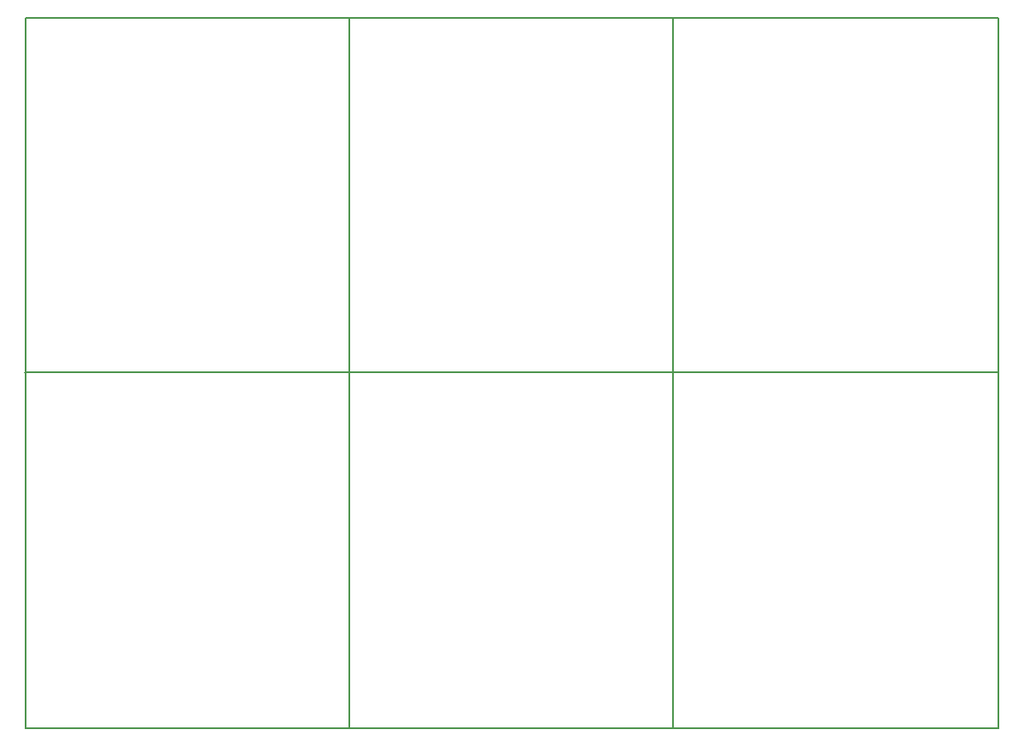
<source format=gm1>
G04 #@! TF.GenerationSoftware,KiCad,Pcbnew,5.0.2+dfsg1-1*
G04 #@! TF.CreationDate,2021-09-02T00:31:40+09:00*
G04 #@! TF.ProjectId,tmc-dev-board_panelized,746d632d-6465-4762-9d62-6f6172645f70,rev?*
G04 #@! TF.SameCoordinates,Original*
G04 #@! TF.FileFunction,Profile,NP*
%FSLAX46Y46*%
G04 Gerber Fmt 4.6, Leading zero omitted, Abs format (unit mm)*
G04 Created by KiCad (PCBNEW 5.0.2+dfsg1-1) date Thu 02 Sep 2021 12:31:40 AM JST*
%MOMM*%
%LPD*%
G01*
G04 APERTURE LIST*
%ADD10C,0.150000*%
G04 APERTURE END LIST*
D10*
X111659998Y-103124000D02*
X208172006Y-103124000D01*
X175918002Y-67971998D02*
X175918002Y-138426004D01*
X143764000Y-67971998D02*
X143764000Y-138426004D01*
X111684999Y-138401003D02*
X111684999Y-67996999D01*
X208147005Y-138401003D02*
X111684999Y-138401003D01*
X208147005Y-67996999D02*
X208147005Y-138401003D01*
X111684999Y-67996999D02*
X208147005Y-67996999D01*
M02*

</source>
